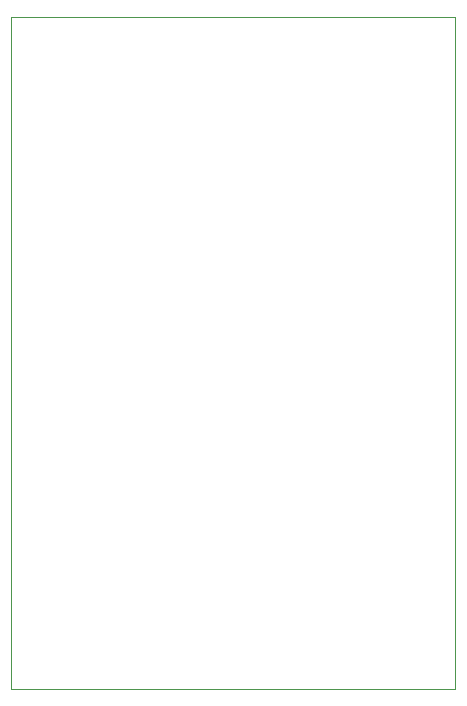
<source format=gbr>
%TF.GenerationSoftware,KiCad,Pcbnew,(5.1.10-1-10_14)*%
%TF.CreationDate,2022-02-26T18:00:52+01:00*%
%TF.ProjectId,esp-expander,6573702d-6578-4706-916e-6465722e6b69,rev?*%
%TF.SameCoordinates,Original*%
%TF.FileFunction,Profile,NP*%
%FSLAX46Y46*%
G04 Gerber Fmt 4.6, Leading zero omitted, Abs format (unit mm)*
G04 Created by KiCad (PCBNEW (5.1.10-1-10_14)) date 2022-02-26 18:00:52*
%MOMM*%
%LPD*%
G01*
G04 APERTURE LIST*
%TA.AperFunction,Profile*%
%ADD10C,0.050000*%
%TD*%
G04 APERTURE END LIST*
D10*
X77724000Y-63500000D02*
X115316000Y-63500000D01*
X77724000Y-120396000D02*
X77724000Y-63500000D01*
X115316000Y-120396000D02*
X77724000Y-120396000D01*
X115316000Y-63500000D02*
X115316000Y-120396000D01*
M02*

</source>
